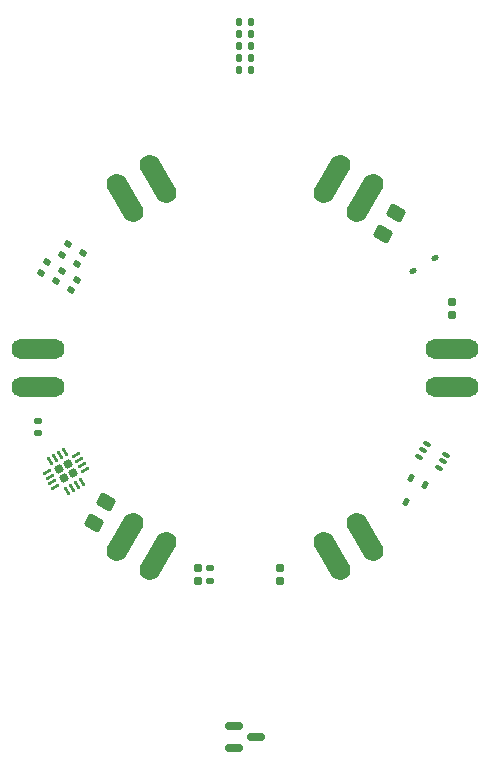
<source format=gbr>
%TF.GenerationSoftware,KiCad,Pcbnew,7.0.10-7.0.10~ubuntu20.04.1*%
%TF.CreationDate,2024-07-01T02:38:10+03:00*%
%TF.ProjectId,Tacho,54616368-6f2e-46b6-9963-61645f706362,rev?*%
%TF.SameCoordinates,Original*%
%TF.FileFunction,Paste,Top*%
%TF.FilePolarity,Positive*%
%FSLAX46Y46*%
G04 Gerber Fmt 4.6, Leading zero omitted, Abs format (unit mm)*
G04 Created by KiCad (PCBNEW 7.0.10-7.0.10~ubuntu20.04.1) date 2024-07-01 02:38:10*
%MOMM*%
%LPD*%
G01*
G04 APERTURE LIST*
G04 Aperture macros list*
%AMRoundRect*
0 Rectangle with rounded corners*
0 $1 Rounding radius*
0 $2 $3 $4 $5 $6 $7 $8 $9 X,Y pos of 4 corners*
0 Add a 4 corners polygon primitive as box body*
4,1,4,$2,$3,$4,$5,$6,$7,$8,$9,$2,$3,0*
0 Add four circle primitives for the rounded corners*
1,1,$1+$1,$2,$3*
1,1,$1+$1,$4,$5*
1,1,$1+$1,$6,$7*
1,1,$1+$1,$8,$9*
0 Add four rect primitives between the rounded corners*
20,1,$1+$1,$2,$3,$4,$5,0*
20,1,$1+$1,$4,$5,$6,$7,0*
20,1,$1+$1,$6,$7,$8,$9,0*
20,1,$1+$1,$8,$9,$2,$3,0*%
G04 Aperture macros list end*
%ADD10RoundRect,0.147500X-0.147500X-0.172500X0.147500X-0.172500X0.147500X0.172500X-0.147500X0.172500X0*%
%ADD11RoundRect,0.112500X-0.106130X-0.191178X0.218630X-0.003678X0.106130X0.191178X-0.218630X0.003678X0*%
%ADD12RoundRect,0.250000X0.242612X-0.529784X0.580112X0.054784X-0.242612X0.529784X-0.580112X-0.054784X0*%
%ADD13RoundRect,0.135000X0.092715X-0.209413X0.227715X0.024413X-0.092715X0.209413X-0.227715X-0.024413X0*%
%ADD14RoundRect,0.172500X0.235639X-0.063139X0.063139X0.235639X-0.235639X0.063139X-0.063139X-0.235639X0*%
%ADD15RoundRect,0.062500X0.229127X-0.271859X-0.120873X0.334359X-0.229127X0.271859X0.120873X-0.334359X0*%
%ADD16RoundRect,0.062500X0.334359X0.120873X0.271859X0.229127X-0.334359X-0.120873X-0.271859X-0.229127X0*%
%ADD17RoundRect,0.135000X0.185000X-0.135000X0.185000X0.135000X-0.185000X0.135000X-0.185000X-0.135000X0*%
%ADD18RoundRect,0.875000X1.375000X0.000000X1.375000X0.000000X-1.375000X0.000000X-1.375000X0.000000X0*%
%ADD19RoundRect,0.875000X-0.687500X-1.190785X-0.687500X-1.190785X0.687500X1.190785X0.687500X1.190785X0*%
%ADD20RoundRect,0.155000X-0.155000X0.212500X-0.155000X-0.212500X0.155000X-0.212500X0.155000X0.212500X0*%
%ADD21RoundRect,0.135000X-0.185000X0.135000X-0.185000X-0.135000X0.185000X-0.135000X0.185000X0.135000X0*%
%ADD22RoundRect,0.875000X-0.687500X1.190785X-0.687500X1.190785X0.687500X-1.190785X0.687500X-1.190785X0*%
%ADD23RoundRect,0.155000X0.155000X-0.212500X0.155000X0.212500X-0.155000X0.212500X-0.155000X-0.212500X0*%
%ADD24RoundRect,0.150000X-0.587500X-0.150000X0.587500X-0.150000X0.587500X0.150000X-0.587500X0.150000X0*%
%ADD25RoundRect,0.100000X-0.244856X0.025897X0.144856X-0.199103X0.244856X-0.025897X-0.144856X0.199103X0*%
%ADD26RoundRect,0.112500X0.216178X0.149431X0.021322X0.261931X-0.216178X-0.149431X-0.021322X-0.261931X0*%
G04 APERTURE END LIST*
D10*
%TO.C,D3*%
X99515000Y-72750000D03*
X100485000Y-72750000D03*
%TD*%
D11*
%TO.C,D6*%
X116064772Y-90725000D03*
X114246118Y-91775000D03*
%TD*%
D10*
%TO.C,D5*%
X99515000Y-70750000D03*
X100485000Y-70750000D03*
%TD*%
%TO.C,D4*%
X99515000Y-71750000D03*
X100485000Y-71750000D03*
%TD*%
D12*
%TO.C,C2*%
X112768750Y-86851499D03*
X111731250Y-88648501D03*
%TD*%
D13*
%TO.C,R4*%
X85005000Y-89558327D03*
X84495000Y-90441673D03*
%TD*%
D14*
%TO.C,U2*%
X84688994Y-109330561D03*
X85425116Y-108905561D03*
X84263994Y-108594439D03*
X85000116Y-108169439D03*
D15*
X84926286Y-110391562D03*
X85359299Y-110141562D03*
X85792311Y-109891562D03*
X86225324Y-109641562D03*
D16*
X86486117Y-108668269D03*
X86236117Y-108235256D03*
X85986117Y-107802244D03*
X85736117Y-107369231D03*
D15*
X84762824Y-107108438D03*
X84329811Y-107358438D03*
X83896799Y-107608438D03*
X83463786Y-107858438D03*
D16*
X83202993Y-108831731D03*
X83452993Y-109264744D03*
X83702993Y-109697756D03*
X83952993Y-110130769D03*
%TD*%
D17*
%TO.C,R7*%
X97000000Y-116990000D03*
X97000000Y-118010000D03*
%TD*%
D18*
%TO.C,L4*%
X82500000Y-101625000D03*
X82500000Y-98375000D03*
%TD*%
%TO.C,L1*%
X117500000Y-101625000D03*
X117500000Y-98375000D03*
%TD*%
D19*
%TO.C,L2*%
X110157291Y-85657055D03*
X107342709Y-84032055D03*
%TD*%
D20*
%TO.C,C1*%
X103000000Y-116932500D03*
X103000000Y-118067500D03*
%TD*%
D21*
%TO.C,R6*%
X82500000Y-104490000D03*
X82500000Y-105510000D03*
%TD*%
D13*
%TO.C,R5*%
X82745000Y-91941673D03*
X83255000Y-91058327D03*
%TD*%
D22*
%TO.C,L6*%
X110157291Y-114342945D03*
X107342709Y-115967945D03*
%TD*%
D23*
%TO.C,C5*%
X96000000Y-118067500D03*
X96000000Y-116932500D03*
%TD*%
D24*
%TO.C,U3*%
X99062500Y-130300000D03*
X99062500Y-132200000D03*
X100937500Y-131250000D03*
%TD*%
D23*
%TO.C,C4*%
X117500000Y-95567500D03*
X117500000Y-94432500D03*
%TD*%
D10*
%TO.C,D2*%
X99515000Y-73750000D03*
X100485000Y-73750000D03*
%TD*%
D19*
%TO.C,L5*%
X89842709Y-114342945D03*
X92657291Y-115967945D03*
%TD*%
D25*
%TO.C,Q3*%
X117053169Y-107363045D03*
X116728169Y-107925962D03*
X116403169Y-108488879D03*
X114757721Y-107538879D03*
X115082721Y-106975962D03*
X115407721Y-106413045D03*
%TD*%
D13*
%TO.C,R2*%
X85745000Y-91191673D03*
X86255000Y-90308327D03*
%TD*%
D22*
%TO.C,L3*%
X92657291Y-84032055D03*
X89842709Y-85657055D03*
%TD*%
D10*
%TO.C,D1*%
X99515000Y-74750000D03*
X100485000Y-74750000D03*
%TD*%
D13*
%TO.C,R3*%
X83995000Y-92691673D03*
X84505000Y-91808327D03*
%TD*%
D12*
%TO.C,C3*%
X87231250Y-113148501D03*
X88268750Y-111351499D03*
%TD*%
D26*
%TO.C,D7*%
X115218362Y-109941026D03*
X114092528Y-109291026D03*
X113655445Y-111348076D03*
%TD*%
D13*
%TO.C,R1*%
X85245000Y-93441673D03*
X85755000Y-92558327D03*
%TD*%
M02*

</source>
